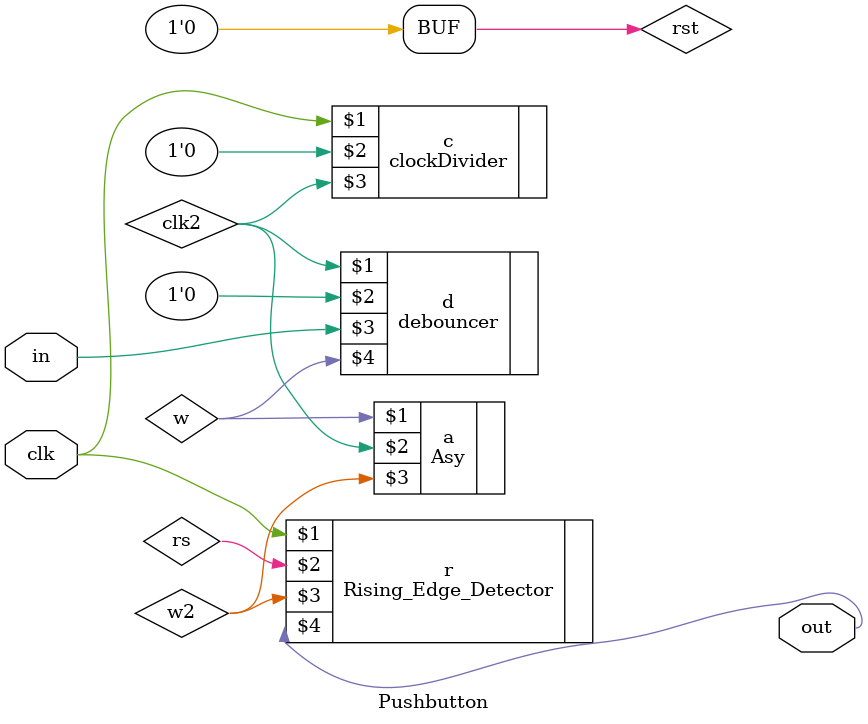
<source format=v>
`timescale 1ns / 1ps



module Pushbutton(clk, in, out);
input clk;
reg rst;
    initial begin 
    rst = 1 ; 
    #10 
    rst = 0; 
    end
input in;
output out;

wire w,w2,clk2;
clockDivider c(clk,rst,clk2);
debouncer d(clk2, rst, in, w);
Asy a(w,clk2,w2); 
Rising_Edge_Detector r( clk, rs, w2, out);
endmodule

</source>
